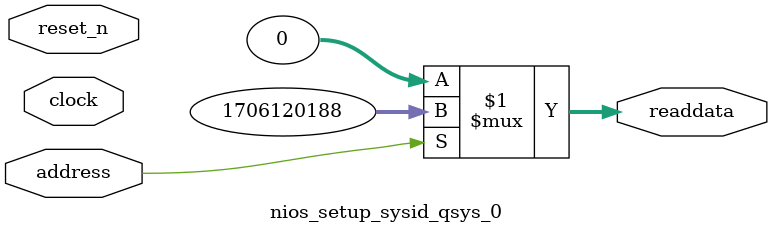
<source format=v>



// synthesis translate_off
`timescale 1ns / 1ps
// synthesis translate_on

// turn off superfluous verilog processor warnings 
// altera message_level Level1 
// altera message_off 10034 10035 10036 10037 10230 10240 10030 

module nios_setup_sysid_qsys_0 (
               // inputs:
                address,
                clock,
                reset_n,

               // outputs:
                readdata
             )
;

  output  [ 31: 0] readdata;
  input            address;
  input            clock;
  input            reset_n;

  wire    [ 31: 0] readdata;
  //control_slave, which is an e_avalon_slave
  assign readdata = address ? 1706120188 : 0;

endmodule



</source>
